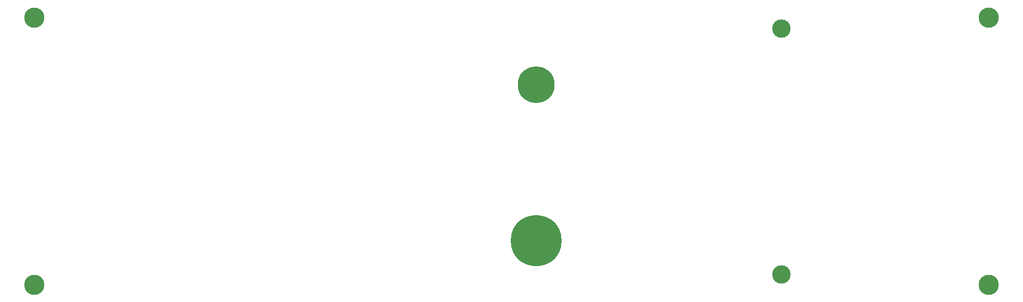
<source format=gbr>
%TF.GenerationSoftware,KiCad,Pcbnew,6.0.1-79c1e3a40b~116~ubuntu18.04.1*%
%TF.CreationDate,2022-01-19T05:38:23+01:00*%
%TF.ProjectId,ss_backpanel-mirrored_Al,73735f62-6163-46b7-9061-6e656c2d6d69,rev?*%
%TF.SameCoordinates,Original*%
%TF.FileFunction,Soldermask,Top*%
%TF.FilePolarity,Negative*%
%FSLAX46Y46*%
G04 Gerber Fmt 4.6, Leading zero omitted, Abs format (unit mm)*
G04 Created by KiCad (PCBNEW 6.0.1-79c1e3a40b~116~ubuntu18.04.1) date 2022-01-19 05:38:23*
%MOMM*%
%LPD*%
G01*
G04 APERTURE LIST*
%ADD10C,3.000000*%
%ADD11C,6.000000*%
%ADD12C,8.300000*%
%ADD13C,3.300000*%
G04 APERTURE END LIST*
D10*
%TO.C,M104*%
X194000000Y-94500000D03*
X194000000Y-54500000D03*
%TD*%
D11*
%TO.C,M109*%
X154000000Y-63600000D03*
%TD*%
D12*
%TO.C,J101*%
X154000000Y-89000000D03*
%TD*%
D13*
%TO.C,H101*%
X227750000Y-52670000D03*
%TD*%
%TO.C,H102*%
X72250000Y-52670000D03*
%TD*%
%TO.C,H103*%
X227750000Y-96200000D03*
%TD*%
%TO.C,H104*%
X72250000Y-96200000D03*
%TD*%
M02*

</source>
